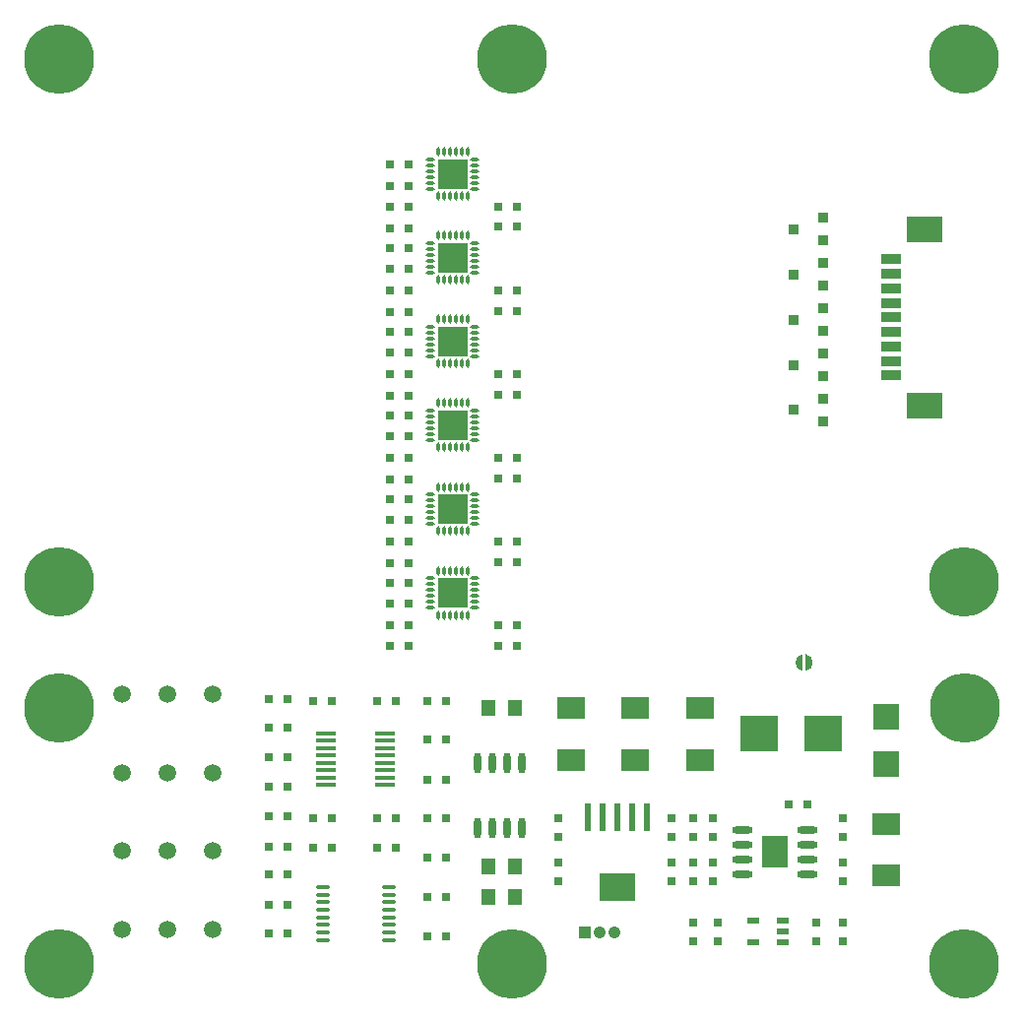
<source format=gbr>
G04*
G04 #@! TF.GenerationSoftware,Altium Limited,Altium Designer,24.1.2 (44)*
G04*
G04 Layer_Color=255*
%FSLAX44Y44*%
%MOMM*%
G71*
G04*
G04 #@! TF.SameCoordinates,F88D99D9-D94F-4082-AD48-053AE485F1D2*
G04*
G04*
G04 #@! TF.FilePolarity,Positive*
G04*
G01*
G75*
%ADD20R,2.5000X2.5000*%
%ADD21R,0.7000X0.8000*%
%ADD22R,1.2696X1.3462*%
%ADD23O,0.6000X1.8000*%
%ADD24R,0.8000X0.7000*%
%ADD25R,1.0000X0.6000*%
%ADD26R,2.3622X1.8796*%
%ADD27R,0.9500X0.9000*%
%ADD28R,2.3000X2.2860*%
%ADD29R,1.7018X0.8128*%
%ADD30R,3.0988X2.2098*%
G04:AMPARAMS|DCode=31|XSize=0.2746mm|YSize=0.8048mm|CornerRadius=0.1373mm|HoleSize=0mm|Usage=FLASHONLY|Rotation=90.000|XOffset=0mm|YOffset=0mm|HoleType=Round|Shape=RoundedRectangle|*
%AMROUNDEDRECTD31*
21,1,0.2746,0.5302,0,0,90.0*
21,1,0.0000,0.8048,0,0,90.0*
1,1,0.2746,0.2651,0.0000*
1,1,0.2746,0.2651,0.0000*
1,1,0.2746,-0.2651,0.0000*
1,1,0.2746,-0.2651,0.0000*
%
%ADD31ROUNDEDRECTD31*%
%ADD32R,3.3000X3.1500*%
%ADD33O,1.8000X0.6000*%
%ADD34R,2.3000X2.8000*%
%ADD35R,3.1725X2.3455*%
%ADD36R,0.6325X2.3455*%
%ADD37O,1.3000X0.3500*%
%ADD38R,1.8000X0.4000*%
G04:AMPARAMS|DCode=39|XSize=0.2746mm|YSize=0.8048mm|CornerRadius=0.1373mm|HoleSize=0mm|Usage=FLASHONLY|Rotation=180.000|XOffset=0mm|YOffset=0mm|HoleType=Round|Shape=RoundedRectangle|*
%AMROUNDEDRECTD39*
21,1,0.2746,0.5302,0,0,180.0*
21,1,0.0000,0.8048,0,0,180.0*
1,1,0.2746,0.0000,0.2651*
1,1,0.2746,0.0000,0.2651*
1,1,0.2746,0.0000,-0.2651*
1,1,0.2746,0.0000,-0.2651*
%
%ADD39ROUNDEDRECTD39*%
%ADD63C,1.5000*%
%ADD65C,0.8000*%
%ADD66C,6.0000*%
%ADD67R,1.0500X1.0500*%
%ADD68C,1.0500*%
G36*
G01X675178Y287614D02*
G02Y302386I1302J7386D01*
G01Y287614D01*
D02*
G37*
G36*
G01X677782Y302386D02*
G02Y287614I-1302J-7386D01*
G01Y302386D01*
D02*
G37*
D20*
X374350Y715000D02*
D03*
Y643000D02*
D03*
Y571000D02*
D03*
Y499000D02*
D03*
Y427000D02*
D03*
Y355000D02*
D03*
D21*
X232548Y263917D02*
D03*
X216548D02*
D03*
X320459Y723083D02*
D03*
X336459D02*
D03*
X336457Y704950D02*
D03*
X320457D02*
D03*
X320459Y651628D02*
D03*
X336459D02*
D03*
X336457Y633672D02*
D03*
X320457D02*
D03*
X320459Y579628D02*
D03*
X336459D02*
D03*
X336457Y561672D02*
D03*
X320457D02*
D03*
X320459Y507628D02*
D03*
X336459D02*
D03*
X336457Y489672D02*
D03*
X320457D02*
D03*
X320459Y435628D02*
D03*
X336459D02*
D03*
X336457Y417672D02*
D03*
X320457D02*
D03*
X320459Y363628D02*
D03*
X336459D02*
D03*
X336457Y345671D02*
D03*
X320457D02*
D03*
X320458Y452684D02*
D03*
X336458D02*
D03*
X232548Y136981D02*
D03*
X216548D02*
D03*
Y163088D02*
D03*
X232548D02*
D03*
X216548Y188295D02*
D03*
X232548D02*
D03*
X216548Y213503D02*
D03*
X232548D02*
D03*
X232550Y238710D02*
D03*
X216550D02*
D03*
X216550Y112674D02*
D03*
X232550D02*
D03*
X232549Y86567D02*
D03*
X216549D02*
D03*
X216548Y62260D02*
D03*
X232548D02*
D03*
X309710Y135881D02*
D03*
X325710D02*
D03*
X336458Y309184D02*
D03*
X320458D02*
D03*
X663560Y172720D02*
D03*
X679560D02*
D03*
X270441Y135881D02*
D03*
X254441D02*
D03*
X254442Y261917D02*
D03*
X270442D02*
D03*
X325711D02*
D03*
X309711D02*
D03*
X270442Y161088D02*
D03*
X254442D02*
D03*
X309711D02*
D03*
X325711D02*
D03*
X368679Y229057D02*
D03*
X352679D02*
D03*
X352681Y161539D02*
D03*
X368681D02*
D03*
X352680Y194398D02*
D03*
X368680D02*
D03*
X368680Y261917D02*
D03*
X352680D02*
D03*
X368680Y126879D02*
D03*
X352680D02*
D03*
X368680Y59360D02*
D03*
X352680D02*
D03*
X368680Y93119D02*
D03*
X352680D02*
D03*
X413244Y470816D02*
D03*
X429244D02*
D03*
X413244Y686816D02*
D03*
X429244D02*
D03*
X429242Y669584D02*
D03*
X413242D02*
D03*
X413244Y614816D02*
D03*
X429244D02*
D03*
X429242Y597584D02*
D03*
X413242D02*
D03*
X413244Y542816D02*
D03*
X429244D02*
D03*
X429242Y525584D02*
D03*
X413242D02*
D03*
X429242Y453584D02*
D03*
X413242D02*
D03*
X413244Y398816D02*
D03*
X429244D02*
D03*
X429242Y381584D02*
D03*
X413242D02*
D03*
Y326814D02*
D03*
X429242D02*
D03*
Y309584D02*
D03*
X413242D02*
D03*
X320458Y614816D02*
D03*
X336458D02*
D03*
X320458Y668684D02*
D03*
X336458D02*
D03*
X320458Y542816D02*
D03*
X336458D02*
D03*
X320458Y596684D02*
D03*
X336458D02*
D03*
X320458Y524684D02*
D03*
X336458D02*
D03*
X320458Y380684D02*
D03*
X336458D02*
D03*
Y470816D02*
D03*
X320458D02*
D03*
Y398816D02*
D03*
X336458D02*
D03*
X320460Y326814D02*
D03*
X336460D02*
D03*
X320458Y686816D02*
D03*
X336458D02*
D03*
D22*
X428216Y93119D02*
D03*
X405352D02*
D03*
X428216Y119554D02*
D03*
X405352D02*
D03*
X427604Y256278D02*
D03*
X404740D02*
D03*
D23*
X434072Y208922D02*
D03*
X421372D02*
D03*
X408672D02*
D03*
X395972D02*
D03*
X434072Y152422D02*
D03*
X421372D02*
D03*
X408672D02*
D03*
X395972D02*
D03*
D24*
X709740Y71671D02*
D03*
Y55671D02*
D03*
X580670Y71671D02*
D03*
Y55671D02*
D03*
X687080D02*
D03*
Y71671D02*
D03*
X601970D02*
D03*
Y55671D02*
D03*
X709740Y123053D02*
D03*
Y107053D02*
D03*
X580670Y123054D02*
D03*
Y107054D02*
D03*
X709740Y161169D02*
D03*
Y145169D02*
D03*
X580670Y161170D02*
D03*
Y145170D02*
D03*
X597970Y123054D02*
D03*
Y107054D02*
D03*
Y161170D02*
D03*
Y145170D02*
D03*
X562469Y107054D02*
D03*
Y123054D02*
D03*
X464820Y107054D02*
D03*
Y123054D02*
D03*
Y145169D02*
D03*
Y161169D02*
D03*
X562469Y145169D02*
D03*
Y161169D02*
D03*
D25*
X632410Y54171D02*
D03*
Y73171D02*
D03*
X657910D02*
D03*
Y63671D02*
D03*
Y54171D02*
D03*
D26*
X747061Y156464D02*
D03*
Y111760D02*
D03*
X586740Y211328D02*
D03*
Y256032D02*
D03*
X530860D02*
D03*
Y211328D02*
D03*
X476120Y256151D02*
D03*
Y211447D02*
D03*
D27*
X692484Y521644D02*
D03*
X667484Y512144D02*
D03*
X692484Y502644D02*
D03*
Y560536D02*
D03*
X667484Y551036D02*
D03*
X692484Y541536D02*
D03*
Y599428D02*
D03*
X667484Y589928D02*
D03*
X692484Y580428D02*
D03*
Y638320D02*
D03*
X667484Y628820D02*
D03*
X692484Y619320D02*
D03*
Y658211D02*
D03*
X667484Y667711D02*
D03*
X692484Y677211D02*
D03*
D28*
X747061Y207957D02*
D03*
Y247957D02*
D03*
D29*
X750955Y541752D02*
D03*
Y554252D02*
D03*
Y566752D02*
D03*
Y579252D02*
D03*
Y591752D02*
D03*
Y604252D02*
D03*
Y616752D02*
D03*
Y629252D02*
D03*
Y641752D02*
D03*
D30*
X779955Y667252D02*
D03*
Y516252D02*
D03*
D31*
X393374Y367500D02*
D03*
X355326Y630500D02*
D03*
X355326Y635500D02*
D03*
Y640500D02*
D03*
Y645500D02*
D03*
Y650500D02*
D03*
Y655500D02*
D03*
X393374D02*
D03*
X393374Y650500D02*
D03*
Y645500D02*
D03*
Y640500D02*
D03*
Y635500D02*
D03*
Y630500D02*
D03*
Y702500D02*
D03*
Y707500D02*
D03*
Y712500D02*
D03*
Y717500D02*
D03*
Y722500D02*
D03*
Y727500D02*
D03*
X355326D02*
D03*
Y722500D02*
D03*
Y717500D02*
D03*
Y712500D02*
D03*
Y707500D02*
D03*
Y702500D02*
D03*
X393374Y558500D02*
D03*
Y563500D02*
D03*
Y568500D02*
D03*
Y573500D02*
D03*
Y578500D02*
D03*
Y583500D02*
D03*
X355326D02*
D03*
Y578500D02*
D03*
Y573500D02*
D03*
Y568500D02*
D03*
Y563500D02*
D03*
Y558500D02*
D03*
X393374Y486500D02*
D03*
Y491500D02*
D03*
Y496500D02*
D03*
Y501500D02*
D03*
Y506500D02*
D03*
Y511500D02*
D03*
X355326D02*
D03*
Y506500D02*
D03*
Y501500D02*
D03*
Y496500D02*
D03*
Y491500D02*
D03*
Y486500D02*
D03*
X393374Y414500D02*
D03*
Y419500D02*
D03*
Y424500D02*
D03*
Y429500D02*
D03*
Y434500D02*
D03*
Y439500D02*
D03*
X355326D02*
D03*
Y434500D02*
D03*
Y429500D02*
D03*
Y424500D02*
D03*
Y419500D02*
D03*
Y414500D02*
D03*
X393374Y342500D02*
D03*
Y347500D02*
D03*
Y352500D02*
D03*
Y357500D02*
D03*
Y362500D02*
D03*
X355326Y367500D02*
D03*
Y362500D02*
D03*
Y357500D02*
D03*
Y352500D02*
D03*
Y347500D02*
D03*
Y342500D02*
D03*
D32*
X692980Y233680D02*
D03*
X637980D02*
D03*
D33*
X623060Y151384D02*
D03*
Y138684D02*
D03*
Y125984D02*
D03*
Y113284D02*
D03*
X679560Y151384D02*
D03*
Y138684D02*
D03*
Y125984D02*
D03*
Y113284D02*
D03*
D34*
X651310Y132334D02*
D03*
D35*
X515620Y101977D02*
D03*
D36*
X490220Y162183D02*
D03*
X502920D02*
D03*
X515620D02*
D03*
X528320D02*
D03*
X541020D02*
D03*
D37*
X262426Y102010D02*
D03*
Y95510D02*
D03*
Y89010D02*
D03*
Y82510D02*
D03*
Y76010D02*
D03*
Y69510D02*
D03*
Y63010D02*
D03*
Y56510D02*
D03*
X319426Y102010D02*
D03*
Y95510D02*
D03*
Y89010D02*
D03*
Y82510D02*
D03*
Y76010D02*
D03*
Y69510D02*
D03*
Y63010D02*
D03*
Y56510D02*
D03*
D38*
X316453Y234177D02*
D03*
Y227827D02*
D03*
Y221477D02*
D03*
Y215127D02*
D03*
Y208777D02*
D03*
Y202427D02*
D03*
Y196077D02*
D03*
Y189727D02*
D03*
X265399D02*
D03*
Y196077D02*
D03*
Y202427D02*
D03*
Y208777D02*
D03*
Y215127D02*
D03*
Y221477D02*
D03*
Y227827D02*
D03*
Y234177D02*
D03*
D39*
X386850Y623976D02*
D03*
X381850Y623976D02*
D03*
X376850D02*
D03*
X371850D02*
D03*
X366850D02*
D03*
X361850D02*
D03*
Y662024D02*
D03*
X366850Y662024D02*
D03*
X371850D02*
D03*
X376850D02*
D03*
X381850D02*
D03*
X386850D02*
D03*
Y734024D02*
D03*
X381850D02*
D03*
X376850D02*
D03*
X371850D02*
D03*
X366850D02*
D03*
X361850D02*
D03*
Y695976D02*
D03*
X366850D02*
D03*
X371850D02*
D03*
X376850D02*
D03*
X381850D02*
D03*
X386850D02*
D03*
Y590024D02*
D03*
X381850D02*
D03*
X376850D02*
D03*
X371850D02*
D03*
X366850D02*
D03*
X361850D02*
D03*
Y551976D02*
D03*
X366850D02*
D03*
X371850D02*
D03*
X376850D02*
D03*
X381850D02*
D03*
X386850D02*
D03*
Y518024D02*
D03*
X381850D02*
D03*
X376850D02*
D03*
X371850D02*
D03*
X366850D02*
D03*
X361850D02*
D03*
Y479976D02*
D03*
X366850D02*
D03*
X371850D02*
D03*
X376850D02*
D03*
X381850D02*
D03*
X386850D02*
D03*
Y446024D02*
D03*
X381850D02*
D03*
X376850D02*
D03*
X371850D02*
D03*
X366850D02*
D03*
X361850D02*
D03*
Y407976D02*
D03*
X366850D02*
D03*
X371850D02*
D03*
X376850D02*
D03*
X381850D02*
D03*
X386850D02*
D03*
Y374024D02*
D03*
X381850D02*
D03*
X376850D02*
D03*
X371850D02*
D03*
X366850D02*
D03*
X361850D02*
D03*
Y335976D02*
D03*
X366850D02*
D03*
X371850D02*
D03*
X376850D02*
D03*
X381850D02*
D03*
X386850D02*
D03*
D63*
X90000Y267627D02*
D03*
X167640Y267627D02*
D03*
X128820D02*
D03*
X167640Y200373D02*
D03*
X128820D02*
D03*
X90000D02*
D03*
Y65866D02*
D03*
X128820D02*
D03*
X167640D02*
D03*
Y133120D02*
D03*
X128820D02*
D03*
X90000D02*
D03*
D65*
X446120Y27252D02*
D03*
X416252Y14880D02*
D03*
X403880Y44748D02*
D03*
X433748Y57120D02*
D03*
X446120Y44748D02*
D03*
X433748Y14880D02*
D03*
X403880Y27252D02*
D03*
X416252Y57120D02*
D03*
X446120Y805252D02*
D03*
X416252Y792880D02*
D03*
X403880Y822748D02*
D03*
X433748Y835120D02*
D03*
X446120Y822748D02*
D03*
X433748Y792880D02*
D03*
X403880Y805252D02*
D03*
X416252Y835120D02*
D03*
X27252D02*
D03*
X14880Y805252D02*
D03*
X44748Y792880D02*
D03*
X57120Y822748D02*
D03*
X44748Y835120D02*
D03*
X14880Y822748D02*
D03*
X27252Y792880D02*
D03*
X57120Y805252D02*
D03*
X27252Y277120D02*
D03*
X14880Y247252D02*
D03*
X44748Y234880D02*
D03*
X57120Y264748D02*
D03*
X44748Y277120D02*
D03*
X14880Y264748D02*
D03*
X27252Y234880D02*
D03*
X57120Y247252D02*
D03*
X27252Y385120D02*
D03*
X14880Y355252D02*
D03*
X44748Y342880D02*
D03*
X57120Y372748D02*
D03*
X44748Y385120D02*
D03*
X14880Y372748D02*
D03*
X27252Y342880D02*
D03*
X57120Y355252D02*
D03*
X805729Y277120D02*
D03*
X793357Y247252D02*
D03*
X823225Y234880D02*
D03*
X835597Y264748D02*
D03*
X823225Y277120D02*
D03*
X793357Y264748D02*
D03*
X805729Y234880D02*
D03*
X835597Y247252D02*
D03*
X805252Y385120D02*
D03*
X792880Y355252D02*
D03*
X822748Y342880D02*
D03*
X835120Y372748D02*
D03*
X822748Y385120D02*
D03*
X792880Y372748D02*
D03*
X805252Y342880D02*
D03*
X835120Y355252D02*
D03*
X805252Y57120D02*
D03*
X792880Y27252D02*
D03*
X822748Y14880D02*
D03*
X835120Y44748D02*
D03*
X822748Y57120D02*
D03*
X792880Y44748D02*
D03*
X805252Y14880D02*
D03*
X835120Y27252D02*
D03*
X805252Y835120D02*
D03*
X792880Y805252D02*
D03*
X822748Y792880D02*
D03*
X835120Y822748D02*
D03*
X822748Y835120D02*
D03*
X792880Y822748D02*
D03*
X805252Y792880D02*
D03*
X835120Y805252D02*
D03*
X27252Y57120D02*
D03*
X14880Y27252D02*
D03*
X44748Y14880D02*
D03*
X57120Y44748D02*
D03*
X44748Y57120D02*
D03*
X14880Y44748D02*
D03*
X27252Y14880D02*
D03*
X57120Y27252D02*
D03*
D66*
X425000Y36000D02*
D03*
Y814000D02*
D03*
X36000D02*
D03*
Y256000D02*
D03*
Y364000D02*
D03*
X814477Y256000D02*
D03*
X814000Y364000D02*
D03*
Y36000D02*
D03*
Y814000D02*
D03*
X36000Y36000D02*
D03*
D67*
X487680Y62820D02*
D03*
D68*
X500380D02*
D03*
X513080D02*
D03*
M02*

</source>
